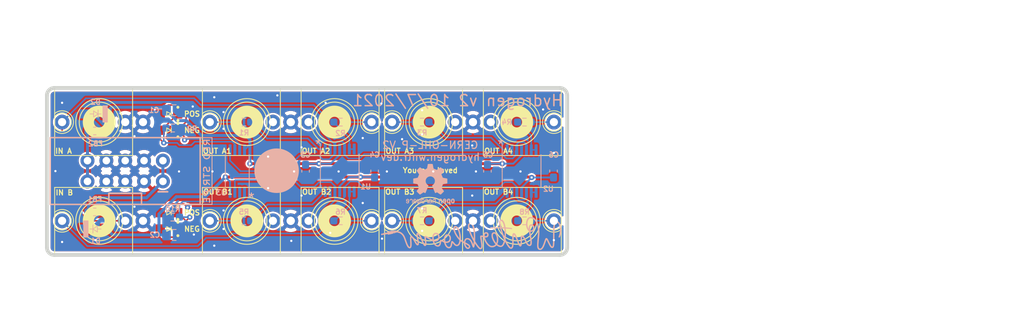
<source format=kicad_pcb>
(kicad_pcb (version 20171130) (host pcbnew "(5.1.10-1-10_14)")
  (title_block (title Hydrogen) (date 2021-10-07) (rev v2) (company Winterbloom) (comment 1 "Alethea Flowers") (comment 2 "CERN-OHL-P V2") (comment 3 hydrogen.wntr.dev))
  (layers (0 F.Cu signal) (31 B.Cu signal) (34 B.Paste user hide) (35 F.Paste user hide) (36 B.SilkS user) (37 F.SilkS user) (38 B.Mask user) (39 F.Mask user hide) (44 Edge.Cuts user))
  (net 0 "")
  (net 1 GND)
  (net 2 +12V)
  (net 3 -12V)
  (net 4 "Net-(D1-Pad1)")
  (net 5 "Net-(D2-Pad2)")
  (net 6 "Net-(FB1-Pad2)")
  (net 7 "Net-(FB2-Pad2)")
  (net 8 "Net-(J2-PadT)")
  (net 9 "Net-(J3-PadT)")
  (net 10 "Net-(J3-PadTN)")
  (net 11 "Net-(J4-PadT)")
  (net 12 "Net-(J4-PadTN)")
  (net 13 "Net-(J5-PadT)")
  (net 14 "Net-(J5-PadTN)")
  (net 15 "Net-(J6-PadT)")
  (net 16 "Net-(J6-PadTN)")
  (net 17 "Net-(J7-PadT)")
  (net 18 "Net-(J8-PadT)")
  (net 19 "Net-(J8-PadTN)")
  (net 20 "Net-(J9-PadT)")
  (net 21 "Net-(J9-PadTN)")
  (net 22 "Net-(J10-PadT)")
  (net 23 "Net-(J10-PadTN)")
  (net 24 "Net-(J11-PadT)")
  (net 25 "Net-(J11-PadTN)")
  (net 26 "Net-(R1-Pad2)")
  (net 27 "Net-(R2-Pad2)")
  (net 28 "Net-(R3-Pad2)")
  (net 29 "Net-(R4-Pad2)")
  (net 30 "Net-(R5-Pad2)")
  (net 31 "Net-(R6-Pad2)")
  (net 32 "Net-(R7-Pad2)")
  (net 33 "Net-(R8-Pad2)")
  (net 34 "Net-(D3-Pad2)")
  (net 35 "Net-(D3-Pad1)")
  (net 36 "Net-(D5-Pad2)")
  (net 37 "Net-(D5-Pad1)")
  (module Package_SO:TSSOP-8_4.4x3mm_P0.65mm (layer B.Cu) (at 126.1 111.4 90)
    (fp_text reference U3 (at -2.9 -2.15 180) (layer B.SilkS) (effects (font (size 0.7 0.7)) (justify mirror)))
    (fp_text value LM358)
    (pad 8 smd roundrect (at 2.8625 0.975 90) (size 1.475 0.4) (layers B.Cu B.Paste B.Mask) (net 2 +12V))
    (pad 7 smd roundrect (at 2.8625 0.325 90) (size 1.475 0.4) (layers B.Cu B.Paste B.Mask) (net 34 "Net-(D3-Pad2)"))
    (pad 6 smd roundrect (at 2.8625 -0.325 90) (size 1.475 0.4) (layers B.Cu B.Paste B.Mask) (net 35 "Net-(D3-Pad1)"))
    (pad 5 smd roundrect (at 2.8625 -0.975 90) (size 1.475 0.4) (layers B.Cu B.Paste B.Mask) (net 8 "Net-(J2-PadT)"))
    (pad 4 smd roundrect (at -2.8625 -0.975 90) (size 1.475 0.4) (layers B.Cu B.Paste B.Mask) (net 3 -12V))
    (pad 3 smd roundrect (at -2.8625 -0.325 90) (size 1.475 0.4) (layers B.Cu B.Paste B.Mask) (net 17 "Net-(J7-PadT)"))
    (pad 2 smd roundrect (at -2.8625 0.325 90) (size 1.475 0.4) (layers B.Cu B.Paste B.Mask) (net 37 "Net-(D5-Pad1)"))
    (pad 1 smd roundrect (at -2.8625 0.975 90) (size 1.475 0.4) (layers B.Cu B.Paste B.Mask) (net 36 "Net-(D5-Pad2)"))
  )
  (module Symbol:OSHW-Logo2_7.3x6mm_SilkScreen (layer B.Cu) (at 152.1 113.2 180)
    (fp_text reference REF** hide)
    (fp_text value OSHW-Logo2_7.3x6mm_SilkScreen hide)
  )
  (module winterbloom:LED_0805_Kingbright_APT2012 (layer F.Cu) (at 116.9 119.2 180)
    (fp_text reference D6 hide)
    (fp_text value NEG (at -3.1 0) (layer F.SilkS) (effects (font (size 0.7 0.7))))
    (pad 2 smd roundrect (at 1.175 0 180) (size 1.25 1.25) (layers F.Cu F.Paste F.Mask) (roundrect_rratio 0.05) (net 37 "Net-(D5-Pad1)"))
    (pad 1 smd roundrect (at -1.175 0 180) (size 1.25 1.25) (layers F.Cu F.Paste F.Mask) (roundrect_rratio 0.05) (net 36 "Net-(D5-Pad2)"))
  )
  (module winterbloom:LED_0805_Kingbright_APT2012 (layer F.Cu) (at 116.9 117 180)
    (fp_text reference D5 hide)
    (fp_text value POS (at -3.1 0) (layer F.SilkS) (effects (font (size 0.7 0.7))))
    (pad 2 smd roundrect (at 1.175 0 180) (size 1.25 1.25) (layers F.Cu F.Paste F.Mask) (roundrect_rratio 0.05) (net 36 "Net-(D5-Pad2)"))
    (pad 1 smd roundrect (at -1.175 0 180) (size 1.25 1.25) (layers F.Cu F.Paste F.Mask) (roundrect_rratio 0.05) (net 37 "Net-(D5-Pad1)"))
  )
  (module winterbloom:LED_0805_Kingbright_APT2012 (layer F.Cu) (at 116.9 105.9 180)
    (fp_text reference D4 hide)
    (fp_text value NEG (at -3.1 0) (layer F.SilkS) (effects (font (size 0.7 0.7))))
    (pad 2 smd roundrect (at 1.175 0 180) (size 1.25 1.25) (layers F.Cu F.Paste F.Mask) (roundrect_rratio 0.05) (net 35 "Net-(D3-Pad1)"))
    (pad 1 smd roundrect (at -1.175 0 180) (size 1.25 1.25) (layers F.Cu F.Paste F.Mask) (roundrect_rratio 0.05) (net 34 "Net-(D3-Pad2)"))
  )
  (module winterbloom:LED_0805_Kingbright_APT2012 (layer F.Cu) (at 116.9 103.7 180)
    (fp_text reference D3 hide)
    (fp_text value POS (at -3.1 0) (layer F.SilkS) (effects (font (size 0.7 0.7))))
    (pad 2 smd roundrect (at 1.175 0 180) (size 1.25 1.25) (layers F.Cu F.Paste F.Mask) (roundrect_rratio 0.05) (net 34 "Net-(D3-Pad2)"))
    (pad 1 smd roundrect (at -1.175 0 180) (size 1.25 1.25) (layers F.Cu F.Paste F.Mask) (roundrect_rratio 0.05) (net 35 "Net-(D3-Pad1)"))
  )
  (module winterbloom:DIODE_SOD-123_SOD-123F (layer B.Cu) (at 107 103.7 180)
    (fp_text reference D2 (at 0 1.6 180) (layer B.SilkS) (effects (font (size 0.7 0.7)) (justify mirror)))
    (fp_text value BARRIER)
    (pad 1 smd rect (at -1.5 0 180) (size 1.35 1.22) (layers B.Cu B.Paste B.Mask) (net 2 +12V))
    (pad 2 smd rect (at 1.5 0 180) (size 1.35 1.22) (layers B.Cu B.Paste B.Mask) (net 5 "Net-(D2-Pad2)"))
  )
  (module winterbloom:DIODE_SOD-123_SOD-123F (layer B.Cu) (at 107 119.2)
    (fp_text reference D1 (at 0 1.6 180) (layer B.SilkS) (effects (font (size 0.7 0.7)) (justify mirror)))
    (fp_text value BARRIER)
    (pad 1 smd rect (at -1.5 0) (size 1.35 1.22) (layers B.Cu B.Paste B.Mask) (net 4 "Net-(D1-Pad1)"))
    (pad 2 smd rect (at 1.5 0) (size 1.35 1.22) (layers B.Cu B.Paste B.Mask) (net 3 -12V))
  )
  (module Package_SO:TSSOP-14_4.4x5mm_P0.65mm (layer B.Cu) (at 164.4 111.4 270)
    (fp_text reference U2 (at 2.4 -3.6) (layer B.SilkS) (effects (font (size 0.7 0.7)) (justify mirror)))
    (fp_text value OPA4991)
    (pad 14 smd roundrect (at 2.8625 1.95 270) (size 1.475 0.4) (layers B.Cu B.Paste B.Mask) (net 32 "Net-(R7-Pad2)"))
    (pad 13 smd roundrect (at 2.8625 1.3 270) (size 1.475 0.4) (layers B.Cu B.Paste B.Mask) (net 32 "Net-(R7-Pad2)"))
    (pad 12 smd roundrect (at 2.8625 0.65 270) (size 1.475 0.4) (layers B.Cu B.Paste B.Mask) (net 17 "Net-(J7-PadT)"))
    (pad 11 smd roundrect (at 2.8625 0 270) (size 1.475 0.4) (layers B.Cu B.Paste B.Mask) (net 3 -12V))
    (pad 10 smd roundrect (at 2.8625 -0.65 270) (size 1.475 0.4) (layers B.Cu B.Paste B.Mask) (net 17 "Net-(J7-PadT)"))
    (pad 9 smd roundrect (at 2.8625 -1.3 270) (size 1.475 0.4) (layers B.Cu B.Paste B.Mask) (net 33 "Net-(R8-Pad2)"))
    (pad 8 smd roundrect (at 2.8625 -1.95 270) (size 1.475 0.4) (layers B.Cu B.Paste B.Mask) (net 33 "Net-(R8-Pad2)"))
    (pad 7 smd roundrect (at -2.8625 -1.95 270) (size 1.475 0.4) (layers B.Cu B.Paste B.Mask) (net 29 "Net-(R4-Pad2)"))
    (pad 6 smd roundrect (at -2.8625 -1.3 270) (size 1.475 0.4) (layers B.Cu B.Paste B.Mask) (net 29 "Net-(R4-Pad2)"))
    (pad 5 smd roundrect (at -2.8625 -0.65 270) (size 1.475 0.4) (layers B.Cu B.Paste B.Mask) (net 8 "Net-(J2-PadT)"))
    (pad 4 smd roundrect (at -2.8625 0 270) (size 1.475 0.4) (layers B.Cu B.Paste B.Mask) (net 2 +12V))
    (pad 3 smd roundrect (at -2.8625 0.65 270) (size 1.475 0.4) (layers B.Cu B.Paste B.Mask) (net 8 "Net-(J2-PadT)"))
    (pad 2 smd roundrect (at -2.8625 1.3 270) (size 1.475 0.4) (layers B.Cu B.Paste B.Mask) (net 28 "Net-(R3-Pad2)"))
    (pad 1 smd roundrect (at -2.8625 1.95 270) (size 1.475 0.4) (layers B.Cu B.Paste B.Mask) (net 28 "Net-(R3-Pad2)"))
  )
  (module Package_SO:TSSOP-14_4.4x5mm_P0.65mm (layer B.Cu) (at 139.9 111.3 270)
    (fp_text reference U1 (at 2.2 -3.5 180) (layer B.SilkS) (effects (font (size 0.7 0.7)) (justify mirror)))
    (fp_text value OPA4991)
    (pad 14 smd roundrect (at 2.8625 1.95 270) (size 1.475 0.4) (layers B.Cu B.Paste B.Mask) (net 30 "Net-(R5-Pad2)"))
    (pad 13 smd roundrect (at 2.8625 1.3 270) (size 1.475 0.4) (layers B.Cu B.Paste B.Mask) (net 30 "Net-(R5-Pad2)"))
    (pad 12 smd roundrect (at 2.8625 0.65 270) (size 1.475 0.4) (layers B.Cu B.Paste B.Mask) (net 17 "Net-(J7-PadT)"))
    (pad 11 smd roundrect (at 2.8625 0 270) (size 1.475 0.4) (layers B.Cu B.Paste B.Mask) (net 3 -12V))
    (pad 10 smd roundrect (at 2.8625 -0.65 270) (size 1.475 0.4) (layers B.Cu B.Paste B.Mask) (net 17 "Net-(J7-PadT)"))
    (pad 9 smd roundrect (at 2.8625 -1.3 270) (size 1.475 0.4) (layers B.Cu B.Paste B.Mask) (net 31 "Net-(R6-Pad2)"))
    (pad 8 smd roundrect (at 2.8625 -1.95 270) (size 1.475 0.4) (layers B.Cu B.Paste B.Mask) (net 31 "Net-(R6-Pad2)"))
    (pad 7 smd roundrect (at -2.8625 -1.95 270) (size 1.475 0.4) (layers B.Cu B.Paste B.Mask) (net 27 "Net-(R2-Pad2)"))
    (pad 6 smd roundrect (at -2.8625 -1.3 270) (size 1.475 0.4) (layers B.Cu B.Paste B.Mask) (net 27 "Net-(R2-Pad2)"))
    (pad 5 smd roundrect (at -2.8625 -0.65 270) (size 1.475 0.4) (layers B.Cu B.Paste B.Mask) (net 8 "Net-(J2-PadT)"))
    (pad 4 smd roundrect (at -2.8625 0 270) (size 1.475 0.4) (layers B.Cu B.Paste B.Mask) (net 2 +12V))
    (pad 3 smd roundrect (at -2.8625 0.65 270) (size 1.475 0.4) (layers B.Cu B.Paste B.Mask) (net 8 "Net-(J2-PadT)"))
    (pad 2 smd roundrect (at -2.8625 1.3 270) (size 1.475 0.4) (layers B.Cu B.Paste B.Mask) (net 26 "Net-(R1-Pad2)"))
    (pad 1 smd roundrect (at -2.8625 1.95 270) (size 1.475 0.4) (layers B.Cu B.Paste B.Mask) (net 26 "Net-(R1-Pad2)"))
  )
  (module winterbloom:Eurorack_Power (layer B.Cu) (at 111 111.4 180)
    (fp_text reference J1 hide)
    (fp_text value Power hide)
    (fp_text user "RED STRIPE" (at -11 0 90) (layer B.SilkS) (effects (font (size 0.8 1)) (justify mirror)))
    (pad 10 thru_hole circle (at 5.08 1.407 90) (size 1.8796 1.8796) (drill 1.016) (layers *.Cu *.Mask) (net 7 "Net-(FB2-Pad2)"))
    (pad 9 thru_hole circle (at 5.08 -1.387 90) (size 1.8796 1.8796) (drill 1.016) (layers *.Cu *.Mask) (net 7 "Net-(FB2-Pad2)"))
    (pad 8 thru_hole circle (at 2.54 1.407 90) (size 1.8796 1.8796) (drill 1.016) (layers *.Cu *.Mask) (net 1 GND))
    (pad 7 thru_hole circle (at 2.54 -1.387 90) (size 1.8796 1.8796) (drill 1.016) (layers *.Cu *.Mask) (net 1 GND))
    (pad 6 thru_hole circle (at 0 1.407 90) (size 1.8796 1.8796) (drill 1.016) (layers *.Cu *.Mask) (net 1 GND))
    (pad 5 thru_hole circle (at 0 -1.387 90) (size 1.8796 1.8796) (drill 1.016) (layers *.Cu *.Mask) (net 1 GND))
    (pad 4 thru_hole circle (at -2.54 1.407 90) (size 1.8796 1.8796) (drill 1.016) (layers *.Cu *.Mask) (net 1 GND))
    (pad 3 thru_hole circle (at -2.54 -1.387 90) (size 1.8796 1.8796) (drill 1.016) (layers *.Cu *.Mask) (net 1 GND))
    (pad 2 thru_hole circle (at -5.08 1.407 90) (size 1.8796 1.8796) (drill 1.016) (layers *.Cu *.Mask) (net 6 "Net-(FB1-Pad2)"))
    (pad 1 thru_hole circle (at -5.08 -1.387 90) (size 1.8796 1.8796) (drill 1.016) (layers *.Cu *.Mask) (net 6 "Net-(FB1-Pad2)"))
  )
  (module winterbloom:WQP-WQP518MA-skinny (layer F.Cu) (at 127.4 118.1 90)
    (fp_text reference J8 hide)
    (fp_text value "OUT B1" (at 3.9 -3.9) (layer F.SilkS) (effects (font (size 0.7 0.7))))
    (pad S thru_hole circle (at 0 5.9 90) (size 2 2) (drill 1.1) (layers *.Cu *.Mask) (net 1 GND))
    (pad TN thru_hole circle (at 0 3.5 90) (size 2 2) (drill 1.1) (layers *.Cu *.Mask) (net 19 "Net-(J8-PadTN)"))
    (pad T thru_hole circle (at 0 -5 90) (size 2 2) (drill 1.1) (layers *.Cu *.Mask) (net 18 "Net-(J8-PadT)"))
  )
  (module Resistor_SMD:R_0603_1608Metric_Pad0.98x0.95mm_HandSolder (layer B.Cu) (at 117.4 117.6)
    (fp_text reference R10 (at 0 -1.1) (layer B.SilkS) (effects (font (size 0.7 0.7)) (justify mirror)))
    (fp_text value 270R)
    (pad 2 smd roundrect (at 0.9125 0) (size 0.975 0.95) (layers B.Cu B.Paste B.Mask) (net 37 "Net-(D5-Pad1)"))
    (pad 1 smd roundrect (at -0.9125 0) (size 0.975 0.95) (layers B.Cu B.Paste B.Mask) (net 1 GND))
  )
  (module Resistor_SMD:R_0603_1608Metric_Pad0.98x0.95mm_HandSolder (layer B.Cu) (at 117.4 105.6 180)
    (fp_text reference R9 (at -2.6 -0.1) (layer B.SilkS) (effects (font (size 0.7 0.7)) (justify mirror)))
    (fp_text value 270R)
    (pad 2 smd roundrect (at 0.9125 0 180) (size 0.975 0.95) (layers B.Cu B.Paste B.Mask) (net 35 "Net-(D3-Pad1)"))
    (pad 1 smd roundrect (at -0.9125 0 180) (size 0.975 0.95) (layers B.Cu B.Paste B.Mask) (net 1 GND))
  )
  (module winterbloom:Extra_Long_Wiggly_Boi_25mm (layer B.Cu) (at 157.6 119.8 180)
    (fp_text reference G*** hide)
    (fp_text value LOGO hide)
  )
  (module winterbloom:WQP-WQP518MA-skinny (layer F.Cu) (at 163.75 118.1 270)
    (fp_text reference J11 hide)
    (fp_text value "OUT B4" (at -3.9 2.45) (layer F.SilkS) (effects (font (size 0.7 0.7))))
    (pad S thru_hole circle (at 0 5.9 270) (size 2 2) (drill 1.1) (layers *.Cu *.Mask) (net 1 GND))
    (pad TN thru_hole circle (at 0 3.5 270) (size 2 2) (drill 1.1) (layers *.Cu *.Mask) (net 25 "Net-(J11-PadTN)"))
    (pad T thru_hole circle (at 0 -5 270) (size 2 2) (drill 1.1) (layers *.Cu *.Mask) (net 24 "Net-(J11-PadT)"))
  )
  (module winterbloom:WQP-WQP518MA-skinny (layer F.Cu) (at 151.95 118.1 90)
    (fp_text reference J10 hide)
    (fp_text value "OUT B3" (at 3.9 -3.95) (layer F.SilkS) (effects (font (size 0.7 0.7))))
    (pad S thru_hole circle (at 0 5.9 90) (size 2 2) (drill 1.1) (layers *.Cu *.Mask) (net 1 GND))
    (pad TN thru_hole circle (at 0 3.5 90) (size 2 2) (drill 1.1) (layers *.Cu *.Mask) (net 23 "Net-(J10-PadTN)"))
    (pad T thru_hole circle (at 0 -5 90) (size 2 2) (drill 1.1) (layers *.Cu *.Mask) (net 22 "Net-(J10-PadT)"))
  )
  (module winterbloom:WQP-WQP518MA-skinny (layer F.Cu) (at 139.2 118.1 270)
    (fp_text reference J9 hide)
    (fp_text value "OUT B2" (at -3.9 2.4) (layer F.SilkS) (effects (font (size 0.7 0.7))))
    (pad S thru_hole circle (at 0 5.9 270) (size 2 2) (drill 1.1) (layers *.Cu *.Mask) (net 1 GND))
    (pad TN thru_hole circle (at 0 3.5 270) (size 2 2) (drill 1.1) (layers *.Cu *.Mask) (net 21 "Net-(J9-PadTN)"))
    (pad T thru_hole circle (at 0 -5 270) (size 2 2) (drill 1.1) (layers *.Cu *.Mask) (net 20 "Net-(J9-PadT)"))
  )
  (module winterbloom:WQP-WQP518MA-skinny (layer F.Cu) (at 107.5 118.1 90)
    (fp_text reference J7 hide)
    (fp_text value "IN B" (at 3.8 -4.7) (layer F.SilkS) (effects (font (size 0.7 0.7))))
    (pad S thru_hole circle (at 0 5.9 90) (size 2 2) (drill 1.1) (layers *.Cu *.Mask) (net 1 GND))
    (pad TN thru_hole circle (at 0 3.5 90) (size 2 2) (drill 1.1) (layers *.Cu *.Mask) (net 8 "Net-(J2-PadT)"))
    (pad T thru_hole circle (at 0 -5 90) (size 2 2) (drill 1.1) (layers *.Cu *.Mask) (net 17 "Net-(J7-PadT)"))
  )
  (module winterbloom:WQP-WQP518MA-skinny (layer F.Cu) (at 163.75 104.8 270)
    (fp_text reference J6 hide)
    (fp_text value "OUT A4" (at 3.9 2.45) (layer F.SilkS) (effects (font (size 0.7 0.7))))
    (pad S thru_hole circle (at 0 5.9 270) (size 2 2) (drill 1.1) (layers *.Cu *.Mask) (net 1 GND))
    (pad TN thru_hole circle (at 0 3.5 270) (size 2 2) (drill 1.1) (layers *.Cu *.Mask) (net 16 "Net-(J6-PadTN)"))
    (pad T thru_hole circle (at 0 -5 270) (size 2 2) (drill 1.1) (layers *.Cu *.Mask) (net 15 "Net-(J6-PadT)"))
  )
  (module winterbloom:WQP-WQP518MA-skinny (layer F.Cu) (at 151.95 104.8 90)
    (fp_text reference J5 hide)
    (fp_text value "OUT A3" (at -3.9 -3.95) (layer F.SilkS) (effects (font (size 0.7 0.7))))
    (pad S thru_hole circle (at 0 5.9 90) (size 2 2) (drill 1.1) (layers *.Cu *.Mask) (net 1 GND))
    (pad TN thru_hole circle (at 0 3.5 90) (size 2 2) (drill 1.1) (layers *.Cu *.Mask) (net 14 "Net-(J5-PadTN)"))
    (pad T thru_hole circle (at 0 -5 90) (size 2 2) (drill 1.1) (layers *.Cu *.Mask) (net 13 "Net-(J5-PadT)"))
  )
  (module winterbloom:WQP-WQP518MA-skinny (layer F.Cu) (at 139.2 104.8 270)
    (fp_text reference J4 hide)
    (fp_text value "OUT A2" (at 3.9 2.5) (layer F.SilkS) (effects (font (size 0.7 0.7))))
    (pad S thru_hole circle (at 0 5.9 270) (size 2 2) (drill 1.1) (layers *.Cu *.Mask) (net 1 GND))
    (pad TN thru_hole circle (at 0 3.5 270) (size 2 2) (drill 1.1) (layers *.Cu *.Mask) (net 12 "Net-(J4-PadTN)"))
    (pad T thru_hole circle (at 0 -5 270) (size 2 2) (drill 1.1) (layers *.Cu *.Mask) (net 11 "Net-(J4-PadT)"))
  )
  (module winterbloom:WQP-WQP518MA-skinny (layer F.Cu) (at 127.4 104.8 90)
    (fp_text reference J3 hide)
    (fp_text value "OUT A1" (at -3.9 -4) (layer F.SilkS) (effects (font (size 0.7 0.7))))
    (pad S thru_hole circle (at 0 5.9 90) (size 2 2) (drill 1.1) (layers *.Cu *.Mask) (net 1 GND))
    (pad TN thru_hole circle (at 0 3.5 90) (size 2 2) (drill 1.1) (layers *.Cu *.Mask) (net 10 "Net-(J3-PadTN)"))
    (pad T thru_hole circle (at 0 -5 90) (size 2 2) (drill 1.1) (layers *.Cu *.Mask) (net 9 "Net-(J3-PadT)"))
  )
  (module winterbloom:WQP-WQP518MA-skinny (layer F.Cu) (at 107.5 104.8 90)
    (fp_text reference J2 hide)
    (fp_text value "IN A" (at -3.9 -4.8) (layer F.SilkS) (effects (font (size 0.7 0.7))))
    (pad S thru_hole circle (at 0 5.9 90) (size 2 2) (drill 1.1) (layers *.Cu *.Mask) (net 1 GND))
    (pad TN thru_hole circle (at 0 3.5 90) (size 2 2) (drill 1.1) (layers *.Cu *.Mask) (net 1 GND))
    (pad T thru_hole circle (at 0 -5 90) (size 2 2) (drill 1.1) (layers *.Cu *.Mask) (net 8 "Net-(J2-PadT)"))
  )
  (module Resistor_SMD:R_0603_1608Metric_Pad0.98x0.95mm_HandSolder (layer B.Cu) (at 164.8 118.1 180)
    (fp_text reference R8 (at 0 1.2) (layer B.SilkS) (effects (font (size 0.7 0.7)) (justify mirror)))
    (fp_text value 100R)
    (pad 2 smd roundrect (at 0.9125 0 180) (size 0.975 0.95) (layers B.Cu B.Paste B.Mask) (net 33 "Net-(R8-Pad2)"))
    (pad 1 smd roundrect (at -0.9125 0 180) (size 0.975 0.95) (layers B.Cu B.Paste B.Mask) (net 24 "Net-(J11-PadT)"))
  )
  (module Resistor_SMD:R_0603_1608Metric_Pad0.98x0.95mm_HandSolder (layer B.Cu) (at 151 118.1)
    (fp_text reference R7 (at 0 -1.4) (layer B.SilkS) (effects (font (size 0.7 0.7)) (justify mirror)))
    (fp_text value 100R)
    (pad 2 smd roundrect (at 0.9125 0) (size 0.975 0.95) (layers B.Cu B.Paste B.Mask) (net 32 "Net-(R7-Pad2)"))
    (pad 1 smd roundrect (at -0.9125 0) (size 0.975 0.95) (layers B.Cu B.Paste B.Mask) (net 22 "Net-(J10-PadT)"))
  )
  (module Resistor_SMD:R_0603_1608Metric_Pad0.98x0.95mm_HandSolder (layer B.Cu) (at 140 118.1 180)
    (fp_text reference R6 (at 0 1.2) (layer B.SilkS) (effects (font (size 0.7 0.7)) (justify mirror)))
    (fp_text value 100R)
    (pad 2 smd roundrect (at 0.9125 0 180) (size 0.975 0.95) (layers B.Cu B.Paste B.Mask) (net 31 "Net-(R6-Pad2)"))
    (pad 1 smd roundrect (at -0.9125 0 180) (size 0.975 0.95) (layers B.Cu B.Paste B.Mask) (net 20 "Net-(J9-PadT)"))
  )
  (module Resistor_SMD:R_0603_1608Metric_Pad0.98x0.95mm_HandSolder (layer B.Cu) (at 126.9875 118.1)
    (fp_text reference R5 (at 0.0125 -1.2) (layer B.SilkS) (effects (font (size 0.7 0.7)) (justify mirror)))
    (fp_text value 100R)
    (pad 2 smd roundrect (at 0.9125 0) (size 0.975 0.95) (layers B.Cu B.Paste B.Mask) (net 30 "Net-(R5-Pad2)"))
    (pad 1 smd roundrect (at -0.9125 0) (size 0.975 0.95) (layers B.Cu B.Paste B.Mask) (net 18 "Net-(J8-PadT)"))
  )
  (module Resistor_SMD:R_0603_1608Metric_Pad0.98x0.95mm_HandSolder (layer B.Cu) (at 164.7875 104.8 180)
    (fp_text reference R4 (at 2.3875 0) (layer B.SilkS) (effects (font (size 0.7 0.7)) (justify mirror)))
    (fp_text value 100R)
    (pad 2 smd roundrect (at 0.9125 0 180) (size 0.975 0.95) (layers B.Cu B.Paste B.Mask) (net 29 "Net-(R4-Pad2)"))
    (pad 1 smd roundrect (at -0.9125 0 180) (size 0.975 0.95) (layers B.Cu B.Paste B.Mask) (net 15 "Net-(J6-PadT)"))
  )
  (module Resistor_SMD:R_0603_1608Metric_Pad0.98x0.95mm_HandSolder (layer B.Cu) (at 151 104.8)
    (fp_text reference R3 (at 0 1.43) (layer B.SilkS) (effects (font (size 0.7 0.7)) (justify mirror)))
    (fp_text value 100R)
    (pad 2 smd roundrect (at 0.9125 0) (size 0.975 0.95) (layers B.Cu B.Paste B.Mask) (net 28 "Net-(R3-Pad2)"))
    (pad 1 smd roundrect (at -0.9125 0) (size 0.975 0.95) (layers B.Cu B.Paste B.Mask) (net 13 "Net-(J5-PadT)"))
  )
  (module Resistor_SMD:R_0603_1608Metric_Pad0.98x0.95mm_HandSolder (layer B.Cu) (at 140 104.8 180)
    (fp_text reference R2 (at 0 -1.5) (layer B.SilkS) (effects (font (size 0.7 0.7)) (justify mirror)))
    (fp_text value 100R)
    (pad 2 smd roundrect (at 0.9125 0 180) (size 0.975 0.95) (layers B.Cu B.Paste B.Mask) (net 27 "Net-(R2-Pad2)"))
    (pad 1 smd roundrect (at -0.9125 0 180) (size 0.975 0.95) (layers B.Cu B.Paste B.Mask) (net 11 "Net-(J4-PadT)"))
  )
  (module Resistor_SMD:R_0603_1608Metric_Pad0.98x0.95mm_HandSolder (layer B.Cu) (at 127 104.8)
    (fp_text reference R1 (at 0 1.43) (layer B.SilkS) (effects (font (size 0.7 0.7)) (justify mirror)))
    (fp_text value 100R)
    (pad 2 smd roundrect (at 0.9125 0) (size 0.975 0.95) (layers B.Cu B.Paste B.Mask) (net 26 "Net-(R1-Pad2)"))
    (pad 1 smd roundrect (at -0.9125 0) (size 0.975 0.95) (layers B.Cu B.Paste B.Mask) (net 9 "Net-(J3-PadT)"))
  )
  (module Inductor_SMD:L_0603_1608Metric_Pad1.05x0.95mm_HandSolder (layer B.Cu) (at 106.9 106 180)
    (fp_text reference FB2 (at -0.1 -1.7 180) (layer B.SilkS) (effects (font (size 0.7 0.7)) (justify mirror)))
    (fp_text value BEAD)
    (pad 2 smd roundrect (at 0.875 0 180) (size 1.05 0.95) (layers B.Cu B.Paste B.Mask) (net 7 "Net-(FB2-Pad2)"))
    (pad 1 smd roundrect (at -0.875 0 180) (size 1.05 0.95) (layers B.Cu B.Paste B.Mask) (net 5 "Net-(D2-Pad2)"))
  )
  (module Inductor_SMD:L_0603_1608Metric_Pad1.05x0.95mm_HandSolder (layer B.Cu) (at 106.9 116.9 180)
    (fp_text reference FB1 (at 0 1.7) (layer B.SilkS) (effects (font (size 0.7 0.7)) (justify mirror)))
    (fp_text value BEAD)
    (pad 2 smd roundrect (at 0.875 0 180) (size 1.05 0.95) (layers B.Cu B.Paste B.Mask) (net 6 "Net-(FB1-Pad2)"))
    (pad 1 smd roundrect (at -0.875 0 180) (size 1.05 0.95) (layers B.Cu B.Paste B.Mask) (net 4 "Net-(D1-Pad1)"))
  )
  (module Capacitor_SMD:C_0603_1608Metric_Pad1.08x0.95mm_HandSolder (layer B.Cu) (at 168.7 111.4 90)
    (fp_text reference C6 (at 2.2 0.0375 180) (layer B.SilkS) (effects (font (size 0.7 0.7)) (justify mirror)))
    (fp_text value 0.1uF)
    (pad 2 smd roundrect (at 0.8625 0 90) (size 1.075 0.95) (layers B.Cu B.Paste B.Mask) (net 1 GND))
    (pad 1 smd roundrect (at -0.8625 0 90) (size 1.075 0.95) (layers B.Cu B.Paste B.Mask) (net 3 -12V))
  )
  (module Capacitor_SMD:C_0603_1608Metric_Pad1.08x0.95mm_HandSolder (layer B.Cu) (at 159.8 111.4 270)
    (fp_text reference C5 (at -2.2 -0.1 180) (layer B.SilkS) (effects (font (size 0.7 0.7)) (justify mirror)))
    (fp_text value 0.1uF)
    (pad 2 smd roundrect (at 0.8625 0 270) (size 1.075 0.95) (layers B.Cu B.Paste B.Mask) (net 1 GND))
    (pad 1 smd roundrect (at -0.8625 0 270) (size 1.075 0.95) (layers B.Cu B.Paste B.Mask) (net 2 +12V))
  )
  (module Capacitor_SMD:C_0603_1608Metric_Pad1.08x0.95mm_HandSolder (layer B.Cu) (at 144.6 111.4 90)
    (fp_text reference C4 (at 2.2 0 180) (layer B.SilkS) (effects (font (size 0.7 0.7)) (justify mirror)))
    (fp_text value 0.1uF)
    (pad 2 smd roundrect (at 0.8625 0 90) (size 1.075 0.95) (layers B.Cu B.Paste B.Mask) (net 1 GND))
    (pad 1 smd roundrect (at -0.8625 0 90) (size 1.075 0.95) (layers B.Cu B.Paste B.Mask) (net 3 -12V))
  )
  (module Capacitor_SMD:C_0603_1608Metric_Pad1.08x0.95mm_HandSolder (layer B.Cu) (at 135.3 111.4 270)
    (fp_text reference C3 (at -2.2 0) (layer B.SilkS) (effects (font (size 0.7 0.7)) (justify mirror)))
    (fp_text value 0.1uF)
    (pad 2 smd roundrect (at 0.8625 0 270) (size 1.075 0.95) (layers B.Cu B.Paste B.Mask) (net 1 GND))
    (pad 1 smd roundrect (at -0.8625 0 270) (size 1.075 0.95) (layers B.Cu B.Paste B.Mask) (net 2 +12V))
  )
  (module Capacitor_SMD:C_0805_2012Metric_Pad1.18x1.45mm_HandSolder (layer B.Cu) (at 117.6 120)
    (fp_text reference C2 (at -2.6 0 180) (layer B.SilkS) (effects (font (size 0.7 0.7)) (justify mirror)))
    (fp_text value 10uF)
    (pad 2 smd roundrect (at 1.0375 0) (size 1.175 1.45) (layers B.Cu B.Paste B.Mask) (roundrect_rratio 0.2127659574468085) (net 1 GND))
    (pad 1 smd roundrect (at -1.0375 0) (size 1.175 1.45) (layers B.Cu B.Paste B.Mask) (roundrect_rratio 0.2127659574468085) (net 3 -12V))
  )
  (module Capacitor_SMD:C_0805_2012Metric_Pad1.18x1.45mm_HandSolder (layer B.Cu) (at 117.6 103.2)
    (fp_text reference C1 (at -2.7 0 180) (layer B.SilkS) (effects (font (size 0.7 0.7)) (justify mirror)))
    (fp_text value 10uF)
    (pad 2 smd roundrect (at 1.0375 0) (size 1.175 1.45) (layers B.Cu B.Paste B.Mask) (roundrect_rratio 0.2127659574468085) (net 1 GND))
    (pad 1 smd roundrect (at -1.0375 0) (size 1.175 1.45) (layers B.Cu B.Paste B.Mask) (roundrect_rratio 0.2127659574468085) (net 2 +12V))
  )
  (gr_circle (center 131.4 111.35) (end 132.9 111.35) (layer B.SilkS) (width 3))
  (gr_text "You are loved" (at 152.1 111.3) (layer F.SilkS) (effects (font (size 0.7 0.7))))
  (gr_text "CERN-OHL-P V2\nhydrogen.wntr.dev" (at 152.1 108.7) (layer B.SilkS) (effects (font (size 1 1)) (justify mirror)))
  (gr_line (start 122.7 106.9) (end 121.1 106.9) (layer B.SilkS) (width 0.12))
  (gr_line (start 122.7 115.88834) (end 122.7 106.9) (layer B.SilkS) (width 0.12))
  (gr_line (start 121.09904 115.88834) (end 122.7 115.88834) (layer B.SilkS) (width 0.12))
  (gr_text * (at 128 115) (layer B.SilkS) (effects (font (size 1.2 1.2)) (justify mirror)))
  (gr_text * (at 161.6 107.8) (layer B.SilkS) (effects (font (size 1.2 1.2)) (justify mirror)))
  (gr_text * (at 137 107.8) (layer B.SilkS) (effects (font (size 1.2 1.2)) (justify mirror)))
  (gr_text "Hydrogen v2 10/7/2021" (at 170.1 101.9) (layer B.SilkS) (effects (font (size 1.5 1.5) (thickness 0.2)) (justify left mirror)))
  (gr_arc (start 101.45 101.2) (end 101.45 100.2) (angle -90) (layer Edge.Cuts) (width 0.5))
  (gr_arc (start 101.45 121.7) (end 100.45 121.7) (angle -90) (layer Edge.Cuts) (width 0.5))
  (gr_arc (start 169.55 121.7) (end 169.55 122.7) (angle -90) (layer Edge.Cuts) (width 0.5))
  (gr_arc (start 169.55 101.2) (end 170.55 101.2) (angle -90) (layer Edge.Cuts) (width 0.5))
  (gr_line (start 169.55 100.2) (end 101.45 100.2) (layer Edge.Cuts) (width 0.5))
  (gr_line (start 170.55 121.7) (end 170.55 101.2) (layer Edge.Cuts) (width 0.5))
  (gr_line (start 101.45 122.7) (end 169.55 122.7) (layer Edge.Cuts) (width 0.5))
  (gr_line (start 100.45 101.2) (end 100.45 121.7) (layer Edge.Cuts) (width 0.5))
  (via (at 118.25 111.45) (size 0.7) (drill 0.3) (layers F.Cu B.Cu) (net 1))
  (via (at 122.75 111.45) (size 0.7) (drill 0.3) (layers F.Cu B.Cu) (net 1))
  (via (at 133.75 111.45) (size 0.7) (drill 0.3) (layers F.Cu B.Cu) (net 1))
  (via (at 146.25 111.45) (size 0.7) (drill 0.3) (layers F.Cu B.Cu) (net 1))
  (via (at 139.75 111.45) (size 0.7) (drill 0.3) (layers F.Cu B.Cu) (net 1))
  (via (at 158.25 111.45) (size 0.7) (drill 0.3) (layers F.Cu B.Cu) (net 1))
  (via (at 152.5 111.45) (size 0.7) (drill 0.3) (layers F.Cu B.Cu) (net 1))
  (via (at 164.25 111.45) (size 0.7) (drill 0.3) (layers F.Cu B.Cu) (net 1))
  (via (at 168.75 108.95) (size 0.7) (drill 0.3) (layers F.Cu B.Cu) (net 1))
  (via (at 157.75 107.95) (size 0.7) (drill 0.3) (layers F.Cu B.Cu) (net 1))
  (via (at 157.75 114.7) (size 0.7) (drill 0.3) (layers F.Cu B.Cu) (net 1))
  (via (at 151 119.45) (size 0.7) (drill 0.3) (layers F.Cu B.Cu) (net 1))
  (via (at 151 103.2) (size 0.7) (drill 0.3) (layers F.Cu B.Cu) (net 1))
  (via (at 151 106.45) (size 0.7) (drill 0.3) (layers F.Cu B.Cu) (net 1))
  (via (at 151 116.45) (size 0.7) (drill 0.3) (layers F.Cu B.Cu) (net 1))
  (via (at 143 115.7) (size 0.7) (drill 0.3) (layers F.Cu B.Cu) (net 1))
  (via (at 143 106.95) (size 0.7) (drill 0.3) (layers F.Cu B.Cu) (net 1))
  (via (at 138.625 119.725) (size 0.7) (drill 0.3) (layers F.Cu B.Cu) (net 1))
  (via (at 138 102.2) (size 0.7) (drill 0.3) (layers F.Cu B.Cu) (net 1))
  (via (at 130.25 109.45) (size 0.7) (drill 0.3) (layers F.Cu B.Cu) (net 1))
  (via (at 130.25 113.7) (size 0.7) (drill 0.3) (layers F.Cu B.Cu) (net 1))
  (via (at 134.75 114.7) (size 0.7) (drill 0.3) (layers F.Cu B.Cu) (net 1))
  (via (at 134.75 108.2) (size 0.7) (drill 0.3) (layers F.Cu B.Cu) (net 1))
  (via (at 124.25 116.7) (size 0.7) (drill 0.3) (layers F.Cu B.Cu) (net 1))
  (via (at 124.25 105.7) (size 0.7) (drill 0.3) (layers F.Cu B.Cu) (net 1))
  (via (at 124.25 103.45) (size 0.7) (drill 0.3) (layers F.Cu B.Cu) (net 1))
  (via (at 124.25 119.2) (size 0.7) (drill 0.3) (layers F.Cu B.Cu) (net 1))
  (via (at 120.25 119.95) (size 0.7) (drill 0.3) (layers F.Cu B.Cu) (net 1))
  (via (at 112.25 116.2) (size 0.7) (drill 0.3) (layers F.Cu B.Cu) (net 1))
  (via (at 112.25 106.7) (size 0.7) (drill 0.3) (layers F.Cu B.Cu) (net 1))
  (via (at 102.5 120.95) (size 0.7) (drill 0.3) (layers F.Cu B.Cu) (net 1))
  (via (at 102.5 102.2) (size 0.7) (drill 0.3) (layers F.Cu B.Cu) (net 1))
  (via (at 123 121.45) (size 0.7) (drill 0.3) (layers F.Cu B.Cu) (net 1))
  (via (at 123 101.45) (size 0.7) (drill 0.3) (layers F.Cu B.Cu) (net 1))
  (via (at 131.5 101.2) (size 0.7) (drill 0.3) (layers F.Cu B.Cu) (net 1))
  (via (at 133.375 120.8) (size 0.7) (drill 0.3) (layers F.Cu B.Cu) (net 1))
  (via (at 168.75 120.7) (size 0.7) (drill 0.3) (layers F.Cu B.Cu) (net 1))
  (via (at 167.3 103.1) (size 0.7) (drill 0.3) (layers F.Cu B.Cu) (net 1))
  (via (at 120.1 102.7) (size 0.7) (drill 0.3) (layers F.Cu B.Cu) (net 1))
  (via (at 107 120.7) (size 0.7) (drill 0.3) (layers F.Cu B.Cu) (net 1))
  (via (at 101.6 111.4) (size 0.7) (drill 0.3) (layers F.Cu B.Cu) (net 1))
  (via (at 148.3 107.1) (size 0.7) (drill 0.3) (layers F.Cu B.Cu) (net 1))
  (via (at 145.5 102.3) (size 0.7) (drill 0.3) (layers F.Cu B.Cu) (net 1))
  (via (at 145.6 120.5) (size 0.7) (drill 0.3) (layers F.Cu B.Cu) (net 1))
  (segment (start 116.5625 103.2) (end 116.5 103.2) (width 0.4) (layer B.Cu) (net 2))
  (segment (start 116.5 103.2) (end 116.1 102.8) (width 0.4) (layer B.Cu) (net 2))
  (segment (start 109.15 102.8) (end 108.25 103.7) (width 0.4) (layer B.Cu) (net 2))
  (segment (start 116.1 102.8) (end 109.15 102.8) (width 0.4) (layer B.Cu) (net 2))
  (via (at 127.8 110.4) (size 0.7) (drill 0.3) (layers F.Cu B.Cu) (net 2))
  (via (at 137.1 110.4) (size 0.7) (drill 0.3) (layers F.Cu B.Cu) (net 2))
  (segment (start 127.8 110.4) (end 137.1 110.4) (width 0.4) (layer F.Cu) (net 2))
  (segment (start 135.4375 110.4) (end 135.3 110.5375) (width 0.25) (layer B.Cu) (net 2))
  (segment (start 137.1 110.4) (end 135.4375 110.4) (width 0.25) (layer B.Cu) (net 2))
  (segment (start 139.9 109.175) (end 139.9 108.4375) (width 0.25) (layer B.Cu) (net 2))
  (segment (start 138.675 110.4) (end 139.9 109.175) (width 0.25) (layer B.Cu) (net 2))
  (segment (start 137.1 110.4) (end 138.675 110.4) (width 0.25) (layer B.Cu) (net 2))
  (via (at 161.8 110.4) (size 0.7) (drill 0.3) (layers F.Cu B.Cu) (net 2))
  (segment (start 137.1 110.4) (end 161.8 110.4) (width 0.4) (layer F.Cu) (net 2))
  (segment (start 159.9375 110.4) (end 159.8 110.5375) (width 0.25) (layer B.Cu) (net 2))
  (segment (start 161.8 110.4) (end 159.9375 110.4) (width 0.25) (layer B.Cu) (net 2))
  (segment (start 164.4 109.275) (end 164.4 108.5375) (width 0.25) (layer B.Cu) (net 2))
  (segment (start 163.275 110.4) (end 164.4 109.275) (width 0.25) (layer B.Cu) (net 2))
  (segment (start 161.8 110.4) (end 163.275 110.4) (width 0.25) (layer B.Cu) (net 2))
  (segment (start 116.5625 103.2) (end 116.5625 103.2125) (width 0.4) (layer B.Cu) (net 2))
  (segment (start 116.5625 103.2125) (end 117.95 104.6) (width 0.4) (layer B.Cu) (net 2))
  (segment (start 117.95 104.6) (end 119.25 104.6) (width 0.4) (layer B.Cu) (net 2))
  (segment (start 119.25 104.6) (end 121.25 106.6) (width 0.4) (layer B.Cu) (net 2))
  (segment (start 121.25 106.6) (end 127.25 106.6) (width 0.4) (layer B.Cu) (net 2))
  (segment (start 127.25 106.6) (end 127.8 107.15) (width 0.4) (layer B.Cu) (net 2))
  (segment (start 127.8 107.8125) (end 127.8 107.45) (width 0.25) (layer B.Cu) (net 2))
  (segment (start 127.075 108.5375) (end 127.8 107.8125) (width 0.25) (layer B.Cu) (net 2))
  (segment (start 127.8 107.45) (end 127.8 110.4) (width 0.4) (layer B.Cu) (net 2))
  (segment (start 127.8 107.15) (end 127.8 107.45) (width 0.4) (layer B.Cu) (net 2))
  (segment (start 108.25 119.2) (end 108.5 119.2) (width 0.4) (layer B.Cu) (net 3))
  (segment (start 108.5 119.2) (end 109.3 120) (width 0.4) (layer B.Cu) (net 3))
  (segment (start 116.5625 120) (end 116.5625 119.5625) (width 0.25) (layer B.Cu) (net 3))
  (via (at 124.5 112.2) (size 0.7) (drill 0.3) (layers F.Cu B.Cu) (net 3))
  (segment (start 125.125 112.825) (end 124.5 112.2) (width 0.25) (layer B.Cu) (net 3))
  (segment (start 125.125 113.6) (end 125.125 112.825) (width 0.25) (layer B.Cu) (net 3))
  (segment (start 164.4 113.61637) (end 164.4 114.2625) (width 0.25) (layer B.Cu) (net 3))
  (segment (start 165.75387 112.2625) (end 164.4 113.61637) (width 0.25) (layer B.Cu) (net 3))
  (segment (start 168.7 112.2625) (end 165.75387 112.2625) (width 0.25) (layer B.Cu) (net 3))
  (via (at 142.7 112.2) (size 0.7) (drill 0.3) (layers F.Cu B.Cu) (net 3))
  (segment (start 124.5 112.2) (end 142.7 112.2) (width 0.4) (layer F.Cu) (net 3))
  (segment (start 144.5375 112.2) (end 144.6 112.2625) (width 0.25) (layer B.Cu) (net 3))
  (segment (start 142.7 112.2) (end 144.5375 112.2) (width 0.25) (layer B.Cu) (net 3))
  (segment (start 139.9 113.425) (end 139.9 114.1625) (width 0.25) (layer B.Cu) (net 3))
  (segment (start 141.125 112.2) (end 139.9 113.425) (width 0.25) (layer B.Cu) (net 3))
  (segment (start 142.7 112.2) (end 141.125 112.2) (width 0.25) (layer B.Cu) (net 3))
  (via (at 165.75387 112.2625) (size 0.7) (drill 0.3) (layers F.Cu B.Cu) (net 3))
  (segment (start 165.69137 112.2) (end 165.75387 112.2625) (width 0.25) (layer F.Cu) (net 3))
  (segment (start 142.7 112.2) (end 165.69137 112.2) (width 0.4) (layer F.Cu) (net 3))
  (segment (start 115.55 120) (end 115.55 117.190848) (width 0.4) (layer B.Cu) (net 3))
  (segment (start 109.3 120) (end 115.55 120) (width 0.4) (layer B.Cu) (net 3))
  (segment (start 115.55 117.190848) (end 117.890848 114.85) (width 0.4) (layer B.Cu) (net 3))
  (segment (start 115.55 120) (end 116.5625 120) (width 0.4) (layer B.Cu) (net 3))
  (segment (start 121.85 114.85) (end 124.5 112.2) (width 0.4) (layer B.Cu) (net 3))
  (segment (start 117.890848 114.85) (end 121.85 114.85) (width 0.4) (layer B.Cu) (net 3))
  (segment (start 105.75 118.925) (end 107.775 116.9) (width 0.4) (layer B.Cu) (net 4))
  (segment (start 105.75 119.2) (end 105.75 118.925) (width 0.4) (layer B.Cu) (net 4))
  (segment (start 107.775 105.725) (end 105.75 103.7) (width 0.4) (layer B.Cu) (net 5))
  (segment (start 106.025 116.9) (end 106.025 116.075) (width 0.4) (layer B.Cu) (net 6))
  (segment (start 106.025 116.075) (end 107.1 115) (width 0.4) (layer B.Cu) (net 6))
  (segment (start 113.867 115) (end 116.08 112.787) (width 0.4) (layer B.Cu) (net 6))
  (segment (start 107.1 115) (end 113.867 115) (width 0.4) (layer B.Cu) (net 6))
  (segment (start 116.08 112.787) (end 116.08 109.993) (width 0.4) (layer B.Cu) (net 6))
  (segment (start 105.92 109.993) (end 105.92 112.787) (width 0.4) (layer B.Cu) (net 7))
  (segment (start 105.92 106.105) (end 106.025 106) (width 0.4) (layer B.Cu) (net 7))
  (segment (start 105.92 109.993) (end 105.92 106.105) (width 0.4) (layer B.Cu) (net 7))
  (segment (start 111 118.1) (end 106.1 118.1) (width 0.2) (layer F.Cu) (net 8))
  (segment (start 102.5 114.5) (end 102.5 104.8) (width 0.2) (layer F.Cu) (net 8))
  (segment (start 106.1 118.1) (end 102.5 114.5) (width 0.2) (layer F.Cu) (net 8))
  (segment (start 120.3 101.6) (end 105.7 101.6) (width 0.2) (layer B.Cu) (net 8))
  (segment (start 121.2 102.5) (end 120.3 101.6) (width 0.2) (layer B.Cu) (net 8))
  (segment (start 137.6 103.7) (end 136.4 102.5) (width 0.2) (layer B.Cu) (net 8))
  (segment (start 136.4 102.5) (end 121.2 102.5) (width 0.2) (layer B.Cu) (net 8))
  (segment (start 137.6 106.176724) (end 137.6 103.7) (width 0.2) (layer B.Cu) (net 8))
  (segment (start 105.7 101.6) (end 102.5 104.8) (width 0.2) (layer B.Cu) (net 8))
  (segment (start 139.25 107.826724) (end 137.6 106.176724) (width 0.2) (layer B.Cu) (net 8))
  (segment (start 139.25 108.4375) (end 139.25 107.826724) (width 0.2) (layer B.Cu) (net 8))
  (segment (start 163.57001 109.328266) (end 163.198276 109.7) (width 0.2) (layer B.Cu) (net 8))
  (segment (start 163.7375 108.5375) (end 163.57001 108.70499) (width 0.2) (layer B.Cu) (net 8))
  (segment (start 163.57001 108.70499) (end 163.57001 109.328266) (width 0.2) (layer B.Cu) (net 8))
  (segment (start 163.75 108.5375) (end 163.7375 108.5375) (width 0.2) (layer B.Cu) (net 8))
  (segment (start 162.351724 109.7) (end 161.751724 109.1) (width 0.2) (layer B.Cu) (net 8))
  (segment (start 163.198276 109.7) (end 162.351724 109.7) (width 0.2) (layer B.Cu) (net 8))
  (segment (start 161.751724 109.1) (end 143.2 109.1) (width 0.2) (layer B.Cu) (net 8))
  (segment (start 143.2 109.1) (end 142.6 109.7) (width 0.2) (layer B.Cu) (net 8))
  (segment (start 141.075 109.7) (end 140.55 109.175) (width 0.2) (layer B.Cu) (net 8))
  (segment (start 140.55 109.175) (end 140.55 108.4375) (width 0.2) (layer B.Cu) (net 8))
  (segment (start 142.6 109.7) (end 141.075 109.7) (width 0.2) (layer B.Cu) (net 8))
  (segment (start 164.02001 107.52999) (end 164.77999 107.52999) (width 0.2) (layer B.Cu) (net 8))
  (segment (start 165.05 107.8) (end 165.05 108.5375) (width 0.2) (layer B.Cu) (net 8))
  (segment (start 164.77999 107.52999) (end 165.05 107.8) (width 0.2) (layer B.Cu) (net 8))
  (segment (start 163.75 107.8) (end 164.02001 107.52999) (width 0.2) (layer B.Cu) (net 8))
  (segment (start 163.75 108.5375) (end 163.75 107.8) (width 0.2) (layer B.Cu) (net 8))
  (segment (start 132.4 111.4) (end 126.538998 111.4) (width 0.2) (layer B.Cu) (net 8))
  (segment (start 134.5 109.3) (end 132.4 111.4) (width 0.2) (layer B.Cu) (net 8))
  (segment (start 126.538998 111.4) (end 125.125 109.986002) (width 0.2) (layer B.Cu) (net 8))
  (segment (start 137.1 109.3) (end 134.5 109.3) (width 0.2) (layer B.Cu) (net 8))
  (segment (start 125.125 109.986002) (end 125.125 109.2) (width 0.2) (layer B.Cu) (net 8))
  (segment (start 137.6 109.8) (end 137.1 109.3) (width 0.2) (layer B.Cu) (net 8))
  (segment (start 138.498276 109.8) (end 137.6 109.8) (width 0.2) (layer B.Cu) (net 8))
  (segment (start 139.25 109.048276) (end 138.498276 109.8) (width 0.2) (layer B.Cu) (net 8))
  (segment (start 139.25 108.4375) (end 139.25 109.048276) (width 0.2) (layer B.Cu) (net 8))
  (segment (start 140.55 107.7) (end 140.55 108.4375) (width 0.2) (layer B.Cu) (net 8))
  (segment (start 140.27999 107.42999) (end 140.55 107.7) (width 0.2) (layer B.Cu) (net 8))
  (segment (start 139.52001 107.42999) (end 140.27999 107.42999) (width 0.2) (layer B.Cu) (net 8))
  (segment (start 139.25 107.7) (end 139.52001 107.42999) (width 0.2) (layer B.Cu) (net 8))
  (segment (start 139.25 108.4375) (end 139.25 107.7) (width 0.2) (layer B.Cu) (net 8))
  (segment (start 126.0875 104.8) (end 122.4 104.8) (width 0.2) (layer B.Cu) (net 9))
  (segment (start 140.9125 104.8) (end 144.2 104.8) (width 0.2) (layer B.Cu) (net 11))
  (segment (start 146.95 104.8) (end 150.0875 104.8) (width 0.2) (layer B.Cu) (net 13))
  (segment (start 165.7 104.8) (end 168.75 104.8) (width 0.2) (layer B.Cu) (net 15))
  (segment (start 140.55 114.9) (end 140.55 114.1625) (width 0.2) (layer B.Cu) (net 17))
  (segment (start 140.27999 115.17001) (end 140.55 114.9) (width 0.2) (layer B.Cu) (net 17))
  (segment (start 139.52001 115.17001) (end 140.27999 115.17001) (width 0.2) (layer B.Cu) (net 17))
  (segment (start 139.25 114.9) (end 139.52001 115.17001) (width 0.2) (layer B.Cu) (net 17))
  (segment (start 139.25 114.1625) (end 139.25 114.9) (width 0.2) (layer B.Cu) (net 17))
  (segment (start 139.25 114.1625) (end 139.25 115.35) (width 0.2) (layer B.Cu) (net 17))
  (segment (start 139.25 115.35) (end 137.6 117) (width 0.2) (layer B.Cu) (net 17))
  (segment (start 137.6 117) (end 137.6 119.2) (width 0.2) (layer B.Cu) (net 17))
  (segment (start 121.9 120.4) (end 120.8 121.5) (width 0.2) (layer B.Cu) (net 17))
  (segment (start 105.9 121.5) (end 102.5 118.1) (width 0.2) (layer B.Cu) (net 17))
  (segment (start 120.8 121.5) (end 105.9 121.5) (width 0.2) (layer B.Cu) (net 17))
  (segment (start 163.75 113.525) (end 163.75 114.2625) (width 0.2) (layer B.Cu) (net 17))
  (segment (start 163.125 112.9) (end 163.75 113.525) (width 0.2) (layer B.Cu) (net 17))
  (segment (start 162.1 112.9) (end 163.125 112.9) (width 0.2) (layer B.Cu) (net 17))
  (segment (start 161.5 113.5) (end 162.1 112.9) (width 0.2) (layer B.Cu) (net 17))
  (segment (start 140.55 113.55) (end 141.3 112.8) (width 0.2) (layer B.Cu) (net 17))
  (segment (start 143 113.5) (end 161.5 113.5) (width 0.2) (layer B.Cu) (net 17))
  (segment (start 142.3 112.8) (end 143 113.5) (width 0.2) (layer B.Cu) (net 17))
  (segment (start 141.3 112.8) (end 142.3 112.8) (width 0.2) (layer B.Cu) (net 17))
  (segment (start 140.55 114.1625) (end 140.55 113.55) (width 0.2) (layer B.Cu) (net 17))
  (segment (start 125.845001 112.604999) (end 133.704999 112.604999) (width 0.2) (layer B.Cu) (net 17))
  (segment (start 125.775 112.675) (end 125.845001 112.604999) (width 0.2) (layer B.Cu) (net 17))
  (segment (start 125.775 113.6) (end 125.775 112.675) (width 0.2) (layer B.Cu) (net 17))
  (segment (start 133.704999 112.604999) (end 134.6 113.5) (width 0.2) (layer B.Cu) (net 17))
  (segment (start 134.6 113.5) (end 136.5 113.5) (width 0.2) (layer B.Cu) (net 17))
  (segment (start 136.5 113.5) (end 137.1 112.9) (width 0.2) (layer B.Cu) (net 17))
  (segment (start 139.25 113.425) (end 139.25 114.1625) (width 0.2) (layer B.Cu) (net 17))
  (segment (start 138.725 112.9) (end 139.25 113.425) (width 0.2) (layer B.Cu) (net 17))
  (segment (start 137.1 112.9) (end 138.725 112.9) (width 0.2) (layer B.Cu) (net 17))
  (segment (start 165.05 115) (end 165.05 114.2625) (width 0.2) (layer B.Cu) (net 17))
  (segment (start 164.02001 115.27001) (end 164.77999 115.27001) (width 0.2) (layer B.Cu) (net 17))
  (segment (start 164.77999 115.27001) (end 165.05 115) (width 0.2) (layer B.Cu) (net 17))
  (segment (start 163.75 115) (end 164.02001 115.27001) (width 0.2) (layer B.Cu) (net 17))
  (segment (start 163.75 114.2625) (end 163.75 115) (width 0.2) (layer B.Cu) (net 17))
  (segment (start 137.6 119.2) (end 137 119.8) (width 0.2) (layer B.Cu) (net 17))
  (segment (start 137 119.8) (end 125.5 119.8) (width 0.2) (layer B.Cu) (net 17))
  (segment (start 124.9 120.4) (end 121.9 120.4) (width 0.2) (layer B.Cu) (net 17))
  (segment (start 125.5 119.8) (end 124.9 120.4) (width 0.2) (layer B.Cu) (net 17))
  (segment (start 126.075 118.1) (end 122.4 118.1) (width 0.2) (layer B.Cu) (net 18))
  (segment (start 140.9125 118.1) (end 144.2 118.1) (width 0.2) (layer B.Cu) (net 20))
  (segment (start 146.95 118.1) (end 150.0875 118.1) (width 0.2) (layer B.Cu) (net 22))
  (segment (start 165.7125 118.1) (end 168.75 118.1) (width 0.2) (layer B.Cu) (net 24))
  (segment (start 138.6 108.4375) (end 137.95 108.4375) (width 0.2) (layer B.Cu) (net 26))
  (segment (start 137.95 108.4375) (end 137.0375 108.4375) (width 0.2) (layer B.Cu) (net 26))
  (segment (start 137.0375 108.4375) (end 135.6 107) (width 0.2) (layer B.Cu) (net 26))
  (segment (start 130.1125 107) (end 127.9125 104.8) (width 0.2) (layer B.Cu) (net 26))
  (segment (start 135.6 107) (end 130.1125 107) (width 0.2) (layer B.Cu) (net 26))
  (segment (start 141.85 108.4375) (end 141.2 108.4375) (width 0.2) (layer B.Cu) (net 27))
  (segment (start 141.2 106.9125) (end 139.0875 104.8) (width 0.2) (layer B.Cu) (net 27))
  (segment (start 141.2 108.4375) (end 141.2 106.9125) (width 0.2) (layer B.Cu) (net 27))
  (segment (start 163.1 108.5375) (end 162.45 108.5375) (width 0.2) (layer B.Cu) (net 28))
  (segment (start 151.9125 104.8) (end 152.1 104.8) (width 0.2) (layer B.Cu) (net 28))
  (segment (start 152.1 104.8) (end 154.2 106.9) (width 0.2) (layer B.Cu) (net 28))
  (segment (start 154.2 106.9) (end 160.3 106.9) (width 0.2) (layer B.Cu) (net 28))
  (segment (start 161.9375 108.5375) (end 162.45 108.5375) (width 0.2) (layer B.Cu) (net 28))
  (segment (start 160.3 106.9) (end 161.9375 108.5375) (width 0.2) (layer B.Cu) (net 28))
  (segment (start 166.35 108.5375) (end 165.7 108.5375) (width 0.2) (layer B.Cu) (net 29))
  (segment (start 165.7 106.625) (end 163.875 104.8) (width 0.2) (layer B.Cu) (net 29))
  (segment (start 165.7 108.5375) (end 165.7 106.625) (width 0.2) (layer B.Cu) (net 29))
  (segment (start 127.9 118.1) (end 128 118.1) (width 0.2) (layer B.Cu) (net 30))
  (segment (start 128 118.1) (end 130.2 115.9) (width 0.2) (layer B.Cu) (net 30))
  (segment (start 136.2125 115.9) (end 137.95 114.1625) (width 0.2) (layer B.Cu) (net 30))
  (segment (start 130.2 115.9) (end 136.2125 115.9) (width 0.2) (layer B.Cu) (net 30))
  (segment (start 137.95 114.1625) (end 138.6 114.1625) (width 0.2) (layer B.Cu) (net 30))
  (segment (start 139.0875 118.1) (end 139.2 118.1) (width 0.2) (layer B.Cu) (net 31))
  (segment (start 141.2 116.1) (end 141.2 114.1625) (width 0.2) (layer B.Cu) (net 31))
  (segment (start 139.2 118.1) (end 141.2 116.1) (width 0.2) (layer B.Cu) (net 31))
  (segment (start 141.85 114.1625) (end 141.2 114.1625) (width 0.2) (layer B.Cu) (net 31))
  (segment (start 151.9125 118.1) (end 152.2 118.1) (width 0.2) (layer B.Cu) (net 32))
  (segment (start 151.9125 118.1) (end 152 118.1) (width 0.2) (layer B.Cu) (net 32))
  (segment (start 152 118.1) (end 154.3 115.8) (width 0.2) (layer B.Cu) (net 32))
  (segment (start 160.9125 115.8) (end 162.45 114.2625) (width 0.2) (layer B.Cu) (net 32))
  (segment (start 154.3 115.8) (end 160.9125 115.8) (width 0.2) (layer B.Cu) (net 32))
  (segment (start 162.45 114.2625) (end 163.1 114.2625) (width 0.2) (layer B.Cu) (net 32))
  (segment (start 163.8875 118.1) (end 163.8875 117.8125) (width 0.2) (layer B.Cu) (net 33))
  (segment (start 165.7 116) (end 165.7 114.2625) (width 0.2) (layer B.Cu) (net 33))
  (segment (start 163.8875 117.8125) (end 165.7 116) (width 0.2) (layer B.Cu) (net 33))
  (segment (start 165.7 114.2625) (end 166.35 114.2625) (width 0.2) (layer B.Cu) (net 33))
  (segment (start 115.725 103.7) (end 116 103.7) (width 0.2) (layer F.Cu) (net 34))
  (segment (start 115.725 103.7) (end 115.725 103.575) (width 0.2) (layer F.Cu) (net 34))
  (segment (start 115.725 103.575) (end 116.8 102.5) (width 0.2) (layer F.Cu) (net 34))
  (segment (start 116.8 102.5) (end 118.8 102.5) (width 0.2) (layer F.Cu) (net 34))
  (segment (start 118.8 102.5) (end 119.2 102.9) (width 0.2) (layer F.Cu) (net 34))
  (segment (start 119.2 104.775) (end 118.075 105.9) (width 0.2) (layer F.Cu) (net 34))
  (segment (start 119.2 102.9) (end 119.2 104.775) (width 0.2) (layer F.Cu) (net 34))
  (via (at 119 107.2) (size 0.7) (drill 0.3) (layers F.Cu B.Cu) (net 34))
  (segment (start 119.1 107.3) (end 119 107.2) (width 0.2) (layer B.Cu) (net 34))
  (segment (start 119 106.825) (end 118.075 105.9) (width 0.2) (layer F.Cu) (net 34))
  (segment (start 119 107.2) (end 119 106.825) (width 0.2) (layer F.Cu) (net 34))
  (segment (start 119 107.2) (end 119.120011 107.079989) (width 0.2) (layer B.Cu) (net 34))
  (segment (start 119.120011 107.079989) (end 125.704989 107.079989) (width 0.2) (layer B.Cu) (net 34))
  (segment (start 125.704989 107.079989) (end 126.425 107.8) (width 0.2) (layer B.Cu) (net 34))
  (segment (start 126.425 107.8) (end 126.425 108.5375) (width 0.2) (layer B.Cu) (net 34))
  (segment (start 116.2 105.8875) (end 116.4875 105.6) (width 0.2) (layer B.Cu) (net 35))
  (segment (start 116.2 107.6) (end 116.2 105.8875) (width 0.2) (layer B.Cu) (net 35))
  (segment (start 115.875 105.9) (end 118.075 103.7) (width 0.2) (layer F.Cu) (net 35))
  (segment (start 115.725 105.9) (end 115.875 105.9) (width 0.2) (layer F.Cu) (net 35))
  (via (at 116.2 107.6) (size 0.7) (drill 0.3) (layers F.Cu B.Cu) (net 35))
  (segment (start 115.725 107.125) (end 116.2 107.6) (width 0.2) (layer F.Cu) (net 35))
  (segment (start 115.725 105.9) (end 115.725 107.125) (width 0.2) (layer F.Cu) (net 35))
  (segment (start 116.2 107.6) (end 118 107.6) (width 0.2) (layer B.Cu) (net 35))
  (segment (start 118 107.6) (end 118.3 107.9) (width 0.2) (layer B.Cu) (net 35))
  (segment (start 118.3 107.9) (end 119.9 107.9) (width 0.2) (layer B.Cu) (net 35))
  (segment (start 119.9 107.9) (end 120.35 107.45) (width 0.2) (layer B.Cu) (net 35))
  (segment (start 125.775 107.8) (end 125.775 108.5375) (width 0.2) (layer B.Cu) (net 35))
  (segment (start 125.425 107.45) (end 125.775 107.8) (width 0.2) (layer B.Cu) (net 35))
  (segment (start 120.35 107.45) (end 125.425 107.45) (width 0.2) (layer B.Cu) (net 35))
  (segment (start 127.075 114.386002) (end 127.075 113.6) (width 0.2) (layer B.Cu) (net 36))
  (segment (start 115.875 117) (end 118.075 119.2) (width 0.2) (layer F.Cu) (net 36))
  (segment (start 115.725 117) (end 115.875 117) (width 0.2) (layer F.Cu) (net 36))
  (via (at 119.4 116.3) (size 0.7) (drill 0.3) (layers F.Cu B.Cu) (net 36))
  (segment (start 119.4 116.3) (end 118.9 115.8) (width 0.2) (layer F.Cu) (net 36))
  (segment (start 116.925 115.8) (end 115.725 117) (width 0.2) (layer F.Cu) (net 36))
  (segment (start 118.9 115.8) (end 116.925 115.8) (width 0.2) (layer F.Cu) (net 36))
  (segment (start 119.4 116.3) (end 119.829989 115.870011) (width 0.2) (layer B.Cu) (net 36))
  (segment (start 119.829989 115.870011) (end 126.204989 115.870011) (width 0.2) (layer B.Cu) (net 36))
  (segment (start 126.204989 115.870011) (end 127.075 115) (width 0.2) (layer B.Cu) (net 36))
  (segment (start 127.075 115) (end 127.075 114.2625) (width 0.2) (layer B.Cu) (net 36))
  (segment (start 126.425 113.6) (end 126.425 114.386002) (width 0.2) (layer B.Cu) (net 37))
  (segment (start 115.725 119.2) (end 115.725 119.725) (width 0.2) (layer F.Cu) (net 37))
  (segment (start 115.725 119.725) (end 116.3 120.3) (width 0.2) (layer F.Cu) (net 37))
  (segment (start 116.3 120.3) (end 118.7 120.3) (width 0.2) (layer F.Cu) (net 37))
  (segment (start 118.7 120.3) (end 119.2 119.8) (width 0.2) (layer F.Cu) (net 37))
  (segment (start 119.2 118.125) (end 118.075 117) (width 0.2) (layer F.Cu) (net 37))
  (segment (start 119.2 119.8) (end 119.2 118.125) (width 0.2) (layer F.Cu) (net 37))
  (via (at 119.7 117.6) (size 0.7) (drill 0.3) (layers F.Cu B.Cu) (net 37))
  (segment (start 119.2 118.1) (end 119.7 117.6) (width 0.2) (layer F.Cu) (net 37))
  (segment (start 119.2 118.125) (end 119.2 118.1) (width 0.2) (layer F.Cu) (net 37))
  (segment (start 119.7 117.6) (end 118.3125 117.6) (width 0.2) (layer B.Cu) (net 37))
  (segment (start 126.425 115) (end 126.425 114.2625) (width 0.2) (layer B.Cu) (net 37))
  (segment (start 118.75 115.5) (end 125.925 115.5) (width 0.2) (layer B.Cu) (net 37))
  (segment (start 125.925 115.5) (end 126.425 115) (width 0.2) (layer B.Cu) (net 37))
  (segment (start 118.3125 115.9375) (end 118.75 115.5) (width 0.2) (layer B.Cu) (net 37))
  (segment (start 118.3125 117.6) (end 118.3125 115.9375) (width 0.2) (layer B.Cu) (net 37))
  (zone (net 1) (net_name GND) (layer B.Cu) (connect_pads thru_hole_only (clearance 0.254)) (min_thickness 0.254) (fill yes (arc_segments 32) (thermal_gap 0.508) (thermal_bridge_width 0.508) (smoothing fillet) (radius 1))
    (polygon (pts (xy 170.7 123) (xy 100.2 122.8) (xy 100.2 100.2) (xy 170.7 100.4)))
  )
  (zone (net 1) (net_name GND) (layer F.Cu) (connect_pads thru_hole_only (clearance 0.254)) (min_thickness 0.254) (fill yes (arc_segments 32) (thermal_gap 0.508) (thermal_bridge_width 0.508) (smoothing fillet) (radius 1))
    (polygon (pts (xy 170.5 122.6) (xy 100.2 122.8) (xy 100.2 100.2) (xy 170.5 100)))
  )
)
</source>
